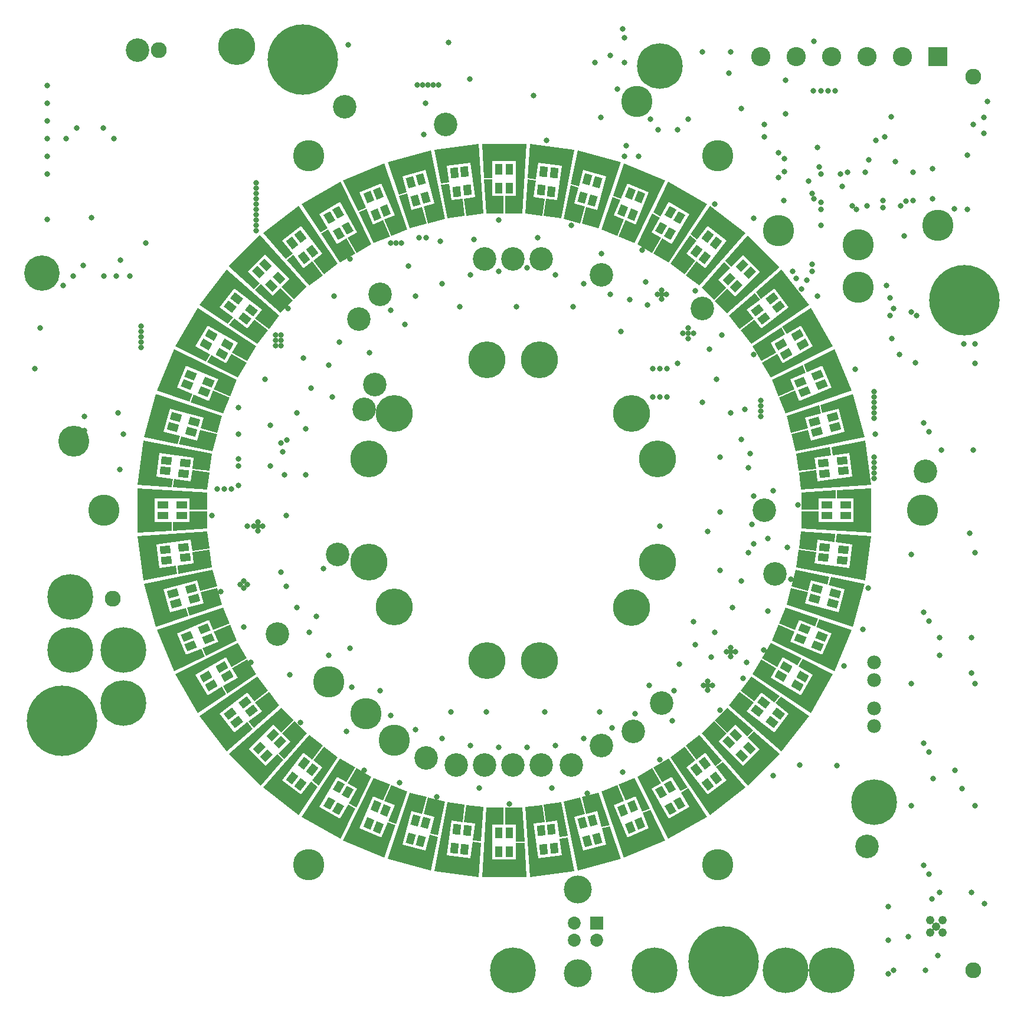
<source format=gbs>
%FSLAX23Y23*%
%MOIN*%
G70*
G01*
G75*
G04 Layer_Color=16711935*
%ADD10C,0.150*%
%ADD11R,0.118X0.118*%
%ADD12R,0.010X0.041*%
%ADD13R,0.041X0.010*%
%ADD14R,0.035X0.049*%
%ADD15R,0.050X0.055*%
%ADD16R,0.055X0.050*%
%ADD17R,0.022X0.057*%
%ADD18R,0.022X0.057*%
%ADD19R,0.012X0.063*%
%ADD20R,0.140X0.060*%
%ADD21R,0.330X0.420*%
%ADD22R,0.079X0.126*%
%ADD23R,0.079X0.126*%
%ADD24R,0.085X0.036*%
%ADD25R,0.410X0.425*%
%ADD26R,0.110X0.115*%
%ADD27R,0.100X0.100*%
%ADD28R,0.059X0.051*%
%ADD29R,0.024X0.087*%
%ADD30R,0.024X0.087*%
%ADD31R,0.081X0.024*%
%ADD32C,0.050*%
%ADD33R,0.039X0.063*%
%ADD34R,0.217X0.280*%
%ADD35R,0.089X0.024*%
%ADD36R,0.160X0.080*%
%ADD37R,0.450X0.450*%
%ADD38R,0.100X0.100*%
%ADD39R,0.102X0.094*%
%ADD40R,0.012X0.063*%
%ADD41R,0.055X0.065*%
%ADD42R,0.065X0.055*%
%ADD43R,0.037X0.035*%
%ADD44R,0.037X0.035*%
%ADD45R,0.217X0.079*%
%ADD46R,0.063X0.012*%
%ADD47R,0.050X0.110*%
%ADD48R,0.087X0.024*%
%ADD49R,0.087X0.024*%
%ADD50C,0.010*%
%ADD51C,0.020*%
%ADD52C,0.075*%
%ADD53C,0.040*%
%ADD54C,0.025*%
%ADD55C,0.030*%
%ADD56C,0.035*%
%ADD57C,0.015*%
%ADD58C,0.100*%
%ADD59C,0.050*%
%ADD60C,0.150*%
%ADD61C,0.065*%
%ADD62R,0.065X0.065*%
%ADD63C,0.390*%
%ADD64C,0.169*%
%ADD65C,0.100*%
%ADD66C,0.070*%
%ADD67C,0.125*%
%ADD68C,0.250*%
%ADD69C,0.200*%
%ADD70C,0.150*%
%ADD71C,0.024*%
%ADD72C,0.040*%
%ADD73C,0.025*%
%ADD74C,0.008*%
%ADD75C,0.131*%
%ADD76C,0.080*%
%ADD77C,0.430*%
%ADD78C,0.209*%
%ADD79C,0.102*%
%ADD80C,0.085*%
%ADD81C,0.165*%
%ADD82C,0.290*%
%ADD83C,0.052*%
%ADD84C,0.055*%
%ADD85C,0.064*%
G04:AMPARAMS|DCode=86|XSize=43mil|YSize=59mil|CornerRadius=0mil|HoleSize=0mil|Usage=FLASHONLY|Rotation=277.500|XOffset=0mil|YOffset=0mil|HoleType=Round|Shape=Rectangle|*
%AMROTATEDRECTD86*
4,1,4,-0.032,0.018,0.026,0.025,0.032,-0.018,-0.026,-0.025,-0.032,0.018,0.0*
%
%ADD86ROTATEDRECTD86*%

G04:AMPARAMS|DCode=87|XSize=43mil|YSize=59mil|CornerRadius=0mil|HoleSize=0mil|Usage=FLASHONLY|Rotation=292.500|XOffset=0mil|YOffset=0mil|HoleType=Round|Shape=Rectangle|*
%AMROTATEDRECTD87*
4,1,4,-0.036,0.009,0.019,0.031,0.036,-0.009,-0.019,-0.031,-0.036,0.009,0.0*
%
%ADD87ROTATEDRECTD87*%

G04:AMPARAMS|DCode=88|XSize=43mil|YSize=59mil|CornerRadius=0mil|HoleSize=0mil|Usage=FLASHONLY|Rotation=307.500|XOffset=0mil|YOffset=0mil|HoleType=Round|Shape=Rectangle|*
%AMROTATEDRECTD88*
4,1,4,-0.037,-0.001,0.010,0.035,0.037,0.001,-0.010,-0.035,-0.037,-0.001,0.0*
%
%ADD88ROTATEDRECTD88*%

G04:AMPARAMS|DCode=89|XSize=43mil|YSize=59mil|CornerRadius=0mil|HoleSize=0mil|Usage=FLASHONLY|Rotation=322.500|XOffset=0mil|YOffset=0mil|HoleType=Round|Shape=Rectangle|*
%AMROTATEDRECTD89*
4,1,4,-0.035,-0.010,0.001,0.037,0.035,0.010,-0.001,-0.037,-0.035,-0.010,0.0*
%
%ADD89ROTATEDRECTD89*%

G04:AMPARAMS|DCode=90|XSize=43mil|YSize=59mil|CornerRadius=0mil|HoleSize=0mil|Usage=FLASHONLY|Rotation=337.500|XOffset=0mil|YOffset=0mil|HoleType=Round|Shape=Rectangle|*
%AMROTATEDRECTD90*
4,1,4,-0.031,-0.019,-0.009,0.036,0.031,0.019,0.009,-0.036,-0.031,-0.019,0.0*
%
%ADD90ROTATEDRECTD90*%

G04:AMPARAMS|DCode=91|XSize=43mil|YSize=59mil|CornerRadius=0mil|HoleSize=0mil|Usage=FLASHONLY|Rotation=352.500|XOffset=0mil|YOffset=0mil|HoleType=Round|Shape=Rectangle|*
%AMROTATEDRECTD91*
4,1,4,-0.025,-0.026,-0.018,0.032,0.025,0.026,0.018,-0.032,-0.025,-0.026,0.0*
%
%ADD91ROTATEDRECTD91*%

G04:AMPARAMS|DCode=92|XSize=43mil|YSize=59mil|CornerRadius=0mil|HoleSize=0mil|Usage=FLASHONLY|Rotation=7.500|XOffset=0mil|YOffset=0mil|HoleType=Round|Shape=Rectangle|*
%AMROTATEDRECTD92*
4,1,4,-0.018,-0.032,-0.025,0.026,0.018,0.032,0.025,-0.026,-0.018,-0.032,0.0*
%
%ADD92ROTATEDRECTD92*%

G04:AMPARAMS|DCode=93|XSize=43mil|YSize=59mil|CornerRadius=0mil|HoleSize=0mil|Usage=FLASHONLY|Rotation=22.500|XOffset=0mil|YOffset=0mil|HoleType=Round|Shape=Rectangle|*
%AMROTATEDRECTD93*
4,1,4,-0.009,-0.036,-0.031,0.019,0.009,0.036,0.031,-0.019,-0.009,-0.036,0.0*
%
%ADD93ROTATEDRECTD93*%

G04:AMPARAMS|DCode=94|XSize=43mil|YSize=59mil|CornerRadius=0mil|HoleSize=0mil|Usage=FLASHONLY|Rotation=37.500|XOffset=0mil|YOffset=0mil|HoleType=Round|Shape=Rectangle|*
%AMROTATEDRECTD94*
4,1,4,0.001,-0.037,-0.035,0.010,-0.001,0.037,0.035,-0.010,0.001,-0.037,0.0*
%
%ADD94ROTATEDRECTD94*%

G04:AMPARAMS|DCode=95|XSize=43mil|YSize=59mil|CornerRadius=0mil|HoleSize=0mil|Usage=FLASHONLY|Rotation=52.500|XOffset=0mil|YOffset=0mil|HoleType=Round|Shape=Rectangle|*
%AMROTATEDRECTD95*
4,1,4,0.010,-0.035,-0.037,0.001,-0.010,0.035,0.037,-0.001,0.010,-0.035,0.0*
%
%ADD95ROTATEDRECTD95*%

G04:AMPARAMS|DCode=96|XSize=43mil|YSize=59mil|CornerRadius=0mil|HoleSize=0mil|Usage=FLASHONLY|Rotation=67.500|XOffset=0mil|YOffset=0mil|HoleType=Round|Shape=Rectangle|*
%AMROTATEDRECTD96*
4,1,4,0.019,-0.031,-0.036,-0.009,-0.019,0.031,0.036,0.009,0.019,-0.031,0.0*
%
%ADD96ROTATEDRECTD96*%

G04:AMPARAMS|DCode=97|XSize=43mil|YSize=59mil|CornerRadius=0mil|HoleSize=0mil|Usage=FLASHONLY|Rotation=82.500|XOffset=0mil|YOffset=0mil|HoleType=Round|Shape=Rectangle|*
%AMROTATEDRECTD97*
4,1,4,0.026,-0.025,-0.032,-0.018,-0.026,0.025,0.032,0.018,0.026,-0.025,0.0*
%
%ADD97ROTATEDRECTD97*%

G04:AMPARAMS|DCode=98|XSize=43mil|YSize=59mil|CornerRadius=0mil|HoleSize=0mil|Usage=FLASHONLY|Rotation=285.000|XOffset=0mil|YOffset=0mil|HoleType=Round|Shape=Rectangle|*
%AMROTATEDRECTD98*
4,1,4,-0.034,0.013,0.023,0.029,0.034,-0.013,-0.023,-0.029,-0.034,0.013,0.0*
%
%ADD98ROTATEDRECTD98*%

%ADD99R,0.059X0.043*%
G04:AMPARAMS|DCode=100|XSize=43mil|YSize=59mil|CornerRadius=0mil|HoleSize=0mil|Usage=FLASHONLY|Rotation=315.000|XOffset=0mil|YOffset=0mil|HoleType=Round|Shape=Rectangle|*
%AMROTATEDRECTD100*
4,1,4,-0.036,-0.006,0.006,0.036,0.036,0.006,-0.006,-0.036,-0.036,-0.006,0.0*
%
%ADD100ROTATEDRECTD100*%

G04:AMPARAMS|DCode=101|XSize=43mil|YSize=59mil|CornerRadius=0mil|HoleSize=0mil|Usage=FLASHONLY|Rotation=300.000|XOffset=0mil|YOffset=0mil|HoleType=Round|Shape=Rectangle|*
%AMROTATEDRECTD101*
4,1,4,-0.036,0.004,0.015,0.034,0.036,-0.004,-0.015,-0.034,-0.036,0.004,0.0*
%
%ADD101ROTATEDRECTD101*%

G04:AMPARAMS|DCode=102|XSize=43mil|YSize=59mil|CornerRadius=0mil|HoleSize=0mil|Usage=FLASHONLY|Rotation=345.000|XOffset=0mil|YOffset=0mil|HoleType=Round|Shape=Rectangle|*
%AMROTATEDRECTD102*
4,1,4,-0.029,-0.023,-0.013,0.034,0.029,0.023,0.013,-0.034,-0.029,-0.023,0.0*
%
%ADD102ROTATEDRECTD102*%

G04:AMPARAMS|DCode=103|XSize=43mil|YSize=59mil|CornerRadius=0mil|HoleSize=0mil|Usage=FLASHONLY|Rotation=330.000|XOffset=0mil|YOffset=0mil|HoleType=Round|Shape=Rectangle|*
%AMROTATEDRECTD103*
4,1,4,-0.034,-0.015,-0.004,0.036,0.034,0.015,0.004,-0.036,-0.034,-0.015,0.0*
%
%ADD103ROTATEDRECTD103*%

G04:AMPARAMS|DCode=104|XSize=43mil|YSize=59mil|CornerRadius=0mil|HoleSize=0mil|Usage=FLASHONLY|Rotation=15.000|XOffset=0mil|YOffset=0mil|HoleType=Round|Shape=Rectangle|*
%AMROTATEDRECTD104*
4,1,4,-0.013,-0.034,-0.029,0.023,0.013,0.034,0.029,-0.023,-0.013,-0.034,0.0*
%
%ADD104ROTATEDRECTD104*%

%ADD105R,0.043X0.059*%
G04:AMPARAMS|DCode=106|XSize=43mil|YSize=59mil|CornerRadius=0mil|HoleSize=0mil|Usage=FLASHONLY|Rotation=45.000|XOffset=0mil|YOffset=0mil|HoleType=Round|Shape=Rectangle|*
%AMROTATEDRECTD106*
4,1,4,0.006,-0.036,-0.036,0.006,-0.006,0.036,0.036,-0.006,0.006,-0.036,0.0*
%
%ADD106ROTATEDRECTD106*%

G04:AMPARAMS|DCode=107|XSize=43mil|YSize=59mil|CornerRadius=0mil|HoleSize=0mil|Usage=FLASHONLY|Rotation=30.000|XOffset=0mil|YOffset=0mil|HoleType=Round|Shape=Rectangle|*
%AMROTATEDRECTD107*
4,1,4,-0.004,-0.036,-0.034,0.015,0.004,0.036,0.034,-0.015,-0.004,-0.036,0.0*
%
%ADD107ROTATEDRECTD107*%

G04:AMPARAMS|DCode=108|XSize=43mil|YSize=59mil|CornerRadius=0mil|HoleSize=0mil|Usage=FLASHONLY|Rotation=75.000|XOffset=0mil|YOffset=0mil|HoleType=Round|Shape=Rectangle|*
%AMROTATEDRECTD108*
4,1,4,0.023,-0.029,-0.034,-0.013,-0.023,0.029,0.034,0.013,0.023,-0.029,0.0*
%
%ADD108ROTATEDRECTD108*%

G04:AMPARAMS|DCode=109|XSize=43mil|YSize=59mil|CornerRadius=0mil|HoleSize=0mil|Usage=FLASHONLY|Rotation=60.000|XOffset=0mil|YOffset=0mil|HoleType=Round|Shape=Rectangle|*
%AMROTATEDRECTD109*
4,1,4,0.015,-0.034,-0.036,-0.004,-0.015,0.034,0.036,0.004,0.015,-0.034,0.0*
%
%ADD109ROTATEDRECTD109*%

%ADD110C,0.010*%
%ADD111C,0.004*%
%ADD112C,0.008*%
%ADD113C,0.005*%
%ADD114C,0.008*%
%ADD115C,0.006*%
%ADD116C,0.006*%
%ADD117R,0.126X0.126*%
%ADD118R,0.018X0.049*%
%ADD119R,0.049X0.018*%
%ADD120R,0.043X0.057*%
%ADD121R,0.058X0.063*%
%ADD122R,0.063X0.058*%
%ADD123R,0.030X0.065*%
%ADD124R,0.030X0.065*%
%ADD125R,0.020X0.071*%
%ADD126R,0.148X0.068*%
%ADD127R,0.338X0.428*%
%ADD128R,0.087X0.134*%
%ADD129R,0.087X0.134*%
%ADD130R,0.093X0.044*%
%ADD131R,0.418X0.433*%
%ADD132R,0.118X0.123*%
%ADD133R,0.108X0.108*%
%ADD134R,0.067X0.059*%
%ADD135R,0.032X0.095*%
%ADD136R,0.032X0.095*%
%ADD137R,0.089X0.032*%
%ADD138C,0.090*%
%ADD139R,0.047X0.071*%
%ADD140R,0.225X0.288*%
%ADD141R,0.097X0.032*%
%ADD142R,0.168X0.088*%
%ADD143R,0.458X0.458*%
%ADD144R,0.108X0.108*%
%ADD145R,0.110X0.102*%
%ADD146R,0.020X0.071*%
%ADD147R,0.063X0.073*%
%ADD148R,0.073X0.063*%
%ADD149R,0.045X0.043*%
%ADD150R,0.045X0.043*%
%ADD151R,0.225X0.087*%
%ADD152R,0.071X0.020*%
%ADD153R,0.058X0.118*%
%ADD154R,0.095X0.032*%
%ADD155R,0.095X0.032*%
%ADD156C,0.158*%
%ADD157C,0.073*%
%ADD158R,0.073X0.073*%
%ADD159C,0.398*%
%ADD160C,0.177*%
%ADD161C,0.108*%
%ADD162C,0.078*%
%ADD163C,0.133*%
%ADD164C,0.258*%
%ADD165C,0.208*%
%ADD166C,0.175*%
%ADD167C,0.032*%
%ADD168C,0.048*%
%ADD169C,0.033*%
G36*
X-1505Y-835D02*
X-1591Y-884D01*
X-1622Y-830D01*
X-1793Y-928D01*
X-1726Y-1044D01*
X-1644Y-997D01*
X-1620Y-1038D01*
X-1781Y-1145D01*
X-1907Y-926D01*
X-1555Y-750D01*
X-1505Y-835D01*
D02*
G37*
G36*
X-1452Y-927D02*
X-1614Y-1034D01*
X-1637Y-993D01*
X-1555Y-946D01*
X-1587Y-891D01*
X-1502Y-842D01*
X-1452Y-927D01*
D02*
G37*
G36*
X1807Y-926D02*
X1681Y-1145D01*
X1352Y-927D01*
X1402Y-842D01*
X1487Y-891D01*
X1455Y-946D01*
X1626Y-1044D01*
X1693Y-928D01*
X1611Y-881D01*
X1634Y-840D01*
X1807Y-926D01*
D02*
G37*
G36*
X1912Y-677D02*
X1816Y-910D01*
X1461Y-737D01*
X1499Y-646D01*
X1590Y-684D01*
X1565Y-742D01*
X1747Y-817D01*
X1799Y-694D01*
X1711Y-658D01*
X1729Y-614D01*
X1912Y-677D01*
D02*
G37*
G36*
X-1561Y-737D02*
X-1735Y-822D01*
X-1753Y-778D01*
X-1665Y-742D01*
X-1690Y-684D01*
X-1599Y-646D01*
X-1561Y-737D01*
D02*
G37*
G36*
X1628Y-836D02*
X1604Y-877D01*
X1522Y-830D01*
X1491Y-884D01*
X1405Y-835D01*
X1455Y-750D01*
X1628Y-836D01*
D02*
G37*
G36*
X-1240Y-1184D02*
X-1309Y-1254D01*
X-1354Y-1209D01*
X-1493Y-1348D01*
X-1398Y-1443D01*
X-1331Y-1376D01*
X-1298Y-1410D01*
X-1426Y-1554D01*
X-1604Y-1376D01*
X-1309Y-1114D01*
X-1240Y-1184D01*
D02*
G37*
G36*
X1354Y-1242D02*
X1321Y-1276D01*
X1254Y-1209D01*
X1209Y-1254D01*
X1140Y-1184D01*
X1209Y-1114D01*
X1354Y-1242D01*
D02*
G37*
G36*
X1358Y-1084D02*
X1319Y-1134D01*
X1475Y-1254D01*
X1557Y-1148D01*
X1482Y-1090D01*
X1511Y-1053D01*
X1671Y-1161D01*
X1517Y-1361D01*
X1220Y-1102D01*
X1279Y-1024D01*
X1358Y-1084D01*
D02*
G37*
G36*
X-1384Y-1018D02*
X-1462Y-1078D01*
X-1501Y-1028D01*
X-1657Y-1148D01*
X-1575Y-1254D01*
X-1500Y-1196D01*
X-1472Y-1234D01*
X-1617Y-1361D01*
X-1771Y-1161D01*
X-1444Y-940D01*
X-1384Y-1018D01*
D02*
G37*
G36*
X1504Y-1048D02*
X1476Y-1086D01*
X1401Y-1028D01*
X1362Y-1078D01*
X1284Y-1018D01*
X1344Y-940D01*
X1504Y-1048D01*
D02*
G37*
G36*
X-1320Y-1102D02*
X-1465Y-1229D01*
X-1494Y-1192D01*
X-1419Y-1134D01*
X-1458Y-1084D01*
X-1379Y-1024D01*
X-1320Y-1102D01*
D02*
G37*
G36*
X-1714Y-215D02*
X-1812Y-228D01*
X-1820Y-166D01*
X-2015Y-191D01*
X-1998Y-324D01*
X-1904Y-312D01*
X-1898Y-359D01*
X-2088Y-396D01*
X-2121Y-146D01*
X-1727Y-118D01*
X-1714Y-215D01*
D02*
G37*
G36*
X2021Y-146D02*
X1988Y-396D01*
X1600Y-321D01*
X1613Y-223D01*
X1711Y-236D01*
X1703Y-299D01*
X1898Y-324D01*
X1915Y-191D01*
X1822Y-179D01*
X1828Y-132D01*
X2021Y-146D01*
D02*
G37*
G36*
X-1700Y-321D02*
X-1890Y-358D01*
X-1896Y-311D01*
X-1803Y-299D01*
X-1811Y-236D01*
X-1713Y-223D01*
X-1700Y-321D01*
D02*
G37*
G36*
X2022Y-126D02*
X1628Y-102D01*
Y-4D01*
X1727D01*
Y-67D01*
X1923D01*
Y67D01*
X1829D01*
Y114D01*
X2022Y126D01*
Y-126D01*
D02*
G37*
G36*
X-1728Y-102D02*
X-1921Y-114D01*
Y-67D01*
X-1827D01*
Y-4D01*
X-1728D01*
Y-102D01*
D02*
G37*
G36*
X1820Y-131D02*
X1814Y-178D01*
X1720Y-166D01*
X1712Y-228D01*
X1614Y-215D01*
X1627Y-118D01*
X1820Y-131D01*
D02*
G37*
G36*
X-1644Y-533D02*
X-1828Y-594D01*
X-1840Y-549D01*
X-1749Y-524D01*
X-1765Y-463D01*
X-1670Y-438D01*
X-1644Y-533D01*
D02*
G37*
G36*
X1722Y-611D02*
X1704Y-655D01*
X1617Y-618D01*
X1593Y-677D01*
X1502Y-639D01*
X1539Y-548D01*
X1722Y-611D01*
D02*
G37*
G36*
X-1602Y-639D02*
X-1693Y-677D01*
X-1717Y-618D01*
X-1899Y-694D01*
X-1847Y-817D01*
X-1760Y-781D01*
X-1742Y-825D01*
X-1916Y-910D01*
X-2012Y-677D01*
X-1639Y-548D01*
X-1602Y-639D01*
D02*
G37*
G36*
X1787Y-374D02*
X1775Y-419D01*
X1683Y-395D01*
X1667Y-456D01*
X1572Y-430D01*
X1597Y-335D01*
X1787Y-374D01*
D02*
G37*
G36*
X-1672Y-430D02*
X-1767Y-456D01*
X-1783Y-395D01*
X-1973Y-446D01*
X-1939Y-575D01*
X-1847Y-551D01*
X-1835Y-596D01*
X-2019Y-658D01*
X-2084Y-414D01*
X-1697Y-335D01*
X-1672Y-430D01*
D02*
G37*
G36*
X1984Y-414D02*
X1919Y-658D01*
X1544Y-533D01*
X1570Y-438D01*
X1665Y-463D01*
X1649Y-524D01*
X1839Y-575D01*
X1873Y-446D01*
X1782Y-421D01*
X1794Y-376D01*
X1984Y-414D01*
D02*
G37*
G36*
X-385Y-1647D02*
X-424Y-1837D01*
X-469Y-1825D01*
X-445Y-1733D01*
X-506Y-1717D01*
X-480Y-1622D01*
X-385Y-1647D01*
D02*
G37*
G36*
X308Y-1840D02*
X261Y-1846D01*
X249Y-1753D01*
X186Y-1761D01*
X173Y-1663D01*
X271Y-1650D01*
X308Y-1840D01*
D02*
G37*
G36*
X835Y-1541D02*
X781Y-1572D01*
X879Y-1743D01*
X995Y-1676D01*
X948Y-1594D01*
X989Y-1570D01*
X1096Y-1731D01*
X877Y-1857D01*
X701Y-1505D01*
X786Y-1455D01*
X835Y-1541D01*
D02*
G37*
G36*
X-273Y-1663D02*
X-286Y-1761D01*
X-349Y-1753D01*
X-374Y-1948D01*
X-241Y-1965D01*
X-229Y-1872D01*
X-182Y-1878D01*
X-196Y-2071D01*
X-446Y-2038D01*
X-371Y-1650D01*
X-273Y-1663D01*
D02*
G37*
G36*
X-598Y-1589D02*
X-661Y-1772D01*
X-705Y-1754D01*
X-669Y-1667D01*
X-727Y-1643D01*
X-689Y-1552D01*
X-598Y-1589D01*
D02*
G37*
G36*
X544Y-1778D02*
X499Y-1790D01*
X474Y-1699D01*
X413Y-1715D01*
X388Y-1620D01*
X483Y-1594D01*
X544Y-1778D01*
D02*
G37*
G36*
X406Y-1717D02*
X345Y-1733D01*
X396Y-1923D01*
X525Y-1889D01*
X501Y-1797D01*
X546Y-1785D01*
X608Y-1969D01*
X364Y-2034D01*
X285Y-1647D01*
X380Y-1622D01*
X406Y-1717D01*
D02*
G37*
G36*
X178Y-1762D02*
X116Y-1770D01*
X141Y-1965D01*
X274Y-1948D01*
X262Y-1854D01*
X309Y-1848D01*
X346Y-2038D01*
X96Y-2071D01*
X68Y-1677D01*
X165Y-1664D01*
X178Y-1762D01*
D02*
G37*
G36*
X-54Y-1777D02*
X-117D01*
Y-1973D01*
X17D01*
Y-1879D01*
X64D01*
X76Y-2072D01*
X-176D01*
X-152Y-1678D01*
X-54D01*
Y-1777D01*
D02*
G37*
G36*
X-168Y-1677D02*
X-181Y-1870D01*
X-228Y-1864D01*
X-216Y-1770D01*
X-278Y-1762D01*
X-265Y-1664D01*
X-168Y-1677D01*
D02*
G37*
G36*
X64Y-1871D02*
X17D01*
Y-1777D01*
X-46D01*
Y-1678D01*
X52D01*
X64Y-1871D01*
D02*
G37*
G36*
X627Y-1643D02*
X568Y-1667D01*
X644Y-1849D01*
X767Y-1797D01*
X731Y-1710D01*
X775Y-1692D01*
X860Y-1866D01*
X627Y-1962D01*
X498Y-1589D01*
X589Y-1552D01*
X627Y-1643D01*
D02*
G37*
G36*
X-892Y-1452D02*
X-941Y-1537D01*
X-996Y-1505D01*
X-1094Y-1676D01*
X-978Y-1743D01*
X-931Y-1661D01*
X-890Y-1684D01*
X-976Y-1857D01*
X-1195Y-1731D01*
X-977Y-1402D01*
X-892Y-1452D01*
D02*
G37*
G36*
X1204Y-1259D02*
X1159Y-1304D01*
X1298Y-1443D01*
X1393Y-1348D01*
X1326Y-1281D01*
X1360Y-1248D01*
X1504Y-1376D01*
X1326Y-1554D01*
X1064Y-1259D01*
X1134Y-1190D01*
X1204Y-1259D01*
D02*
G37*
G36*
X-990Y-1394D02*
X-1098Y-1554D01*
X-1136Y-1526D01*
X-1078Y-1451D01*
X-1128Y-1412D01*
X-1068Y-1334D01*
X-990Y-1394D01*
D02*
G37*
G36*
X-1164Y-1259D02*
X-1292Y-1404D01*
X-1326Y-1371D01*
X-1259Y-1304D01*
X-1304Y-1259D01*
X-1234Y-1190D01*
X-1164Y-1259D01*
D02*
G37*
G36*
X-1074Y-1329D02*
X-1134Y-1408D01*
X-1184Y-1369D01*
X-1304Y-1525D01*
X-1198Y-1607D01*
X-1140Y-1532D01*
X-1103Y-1561D01*
X-1211Y-1721D01*
X-1411Y-1567D01*
X-1152Y-1270D01*
X-1074Y-1329D01*
D02*
G37*
G36*
X1179Y-1415D02*
X1142Y-1444D01*
X1084Y-1369D01*
X1034Y-1408D01*
X974Y-1329D01*
X1052Y-1270D01*
X1179Y-1415D01*
D02*
G37*
G36*
X772Y-1685D02*
X728Y-1703D01*
X692Y-1615D01*
X634Y-1640D01*
X596Y-1549D01*
X687Y-1511D01*
X772Y-1685D01*
D02*
G37*
G36*
X-488Y-1620D02*
X-513Y-1715D01*
X-574Y-1699D01*
X-625Y-1889D01*
X-496Y-1923D01*
X-471Y-1832D01*
X-426Y-1844D01*
X-464Y-2034D01*
X-708Y-1969D01*
X-583Y-1594D01*
X-488Y-1620D01*
D02*
G37*
G36*
X1028Y-1412D02*
X978Y-1451D01*
X1098Y-1607D01*
X1204Y-1525D01*
X1146Y-1450D01*
X1184Y-1422D01*
X1311Y-1567D01*
X1111Y-1721D01*
X890Y-1394D01*
X968Y-1334D01*
X1028Y-1412D01*
D02*
G37*
G36*
X985Y-1564D02*
X944Y-1587D01*
X897Y-1505D01*
X842Y-1537D01*
X793Y-1452D01*
X878Y-1402D01*
X985Y-1564D01*
D02*
G37*
G36*
X-696Y-1549D02*
X-734Y-1640D01*
X-792Y-1615D01*
X-868Y-1797D01*
X-744Y-1849D01*
X-708Y-1761D01*
X-664Y-1779D01*
X-727Y-1962D01*
X-960Y-1866D01*
X-787Y-1511D01*
X-696Y-1549D01*
D02*
G37*
G36*
X-800Y-1505D02*
X-886Y-1678D01*
X-927Y-1654D01*
X-880Y-1572D01*
X-934Y-1541D01*
X-885Y-1455D01*
X-800Y-1505D01*
D02*
G37*
G36*
X828Y1654D02*
X781Y1572D01*
X835Y1541D01*
X786Y1455D01*
X701Y1505D01*
X787Y1678D01*
X828Y1654D01*
D02*
G37*
G36*
X-800Y1505D02*
X-885Y1455D01*
X-934Y1541D01*
X-880Y1572D01*
X-978Y1743D01*
X-1094Y1676D01*
X-1047Y1594D01*
X-1088Y1570D01*
X-1195Y1731D01*
X-976Y1857D01*
X-800Y1505D01*
D02*
G37*
G36*
X-996Y1505D02*
X-941Y1537D01*
X-892Y1452D01*
X-977Y1402D01*
X-1084Y1564D01*
X-1043Y1587D01*
X-996Y1505D01*
D02*
G37*
G36*
X-598Y1589D02*
X-689Y1552D01*
X-727Y1643D01*
X-669Y1667D01*
X-744Y1849D01*
X-868Y1797D01*
X-831Y1710D01*
X-875Y1692D01*
X-960Y1866D01*
X-727Y1962D01*
X-598Y1589D01*
D02*
G37*
G36*
X-792Y1615D02*
X-734Y1640D01*
X-696Y1549D01*
X-787Y1511D01*
X-872Y1685D01*
X-828Y1703D01*
X-792Y1615D01*
D02*
G37*
G36*
X1096Y1731D02*
X878Y1402D01*
X793Y1452D01*
X842Y1537D01*
X897Y1505D01*
X995Y1676D01*
X879Y1743D01*
X832Y1661D01*
X791Y1684D01*
X877Y1857D01*
X1096Y1731D01*
D02*
G37*
G36*
X-1184Y1369D02*
X-1134Y1408D01*
X-1074Y1329D01*
X-1152Y1270D01*
X-1279Y1415D01*
X-1242Y1444D01*
X-1184Y1369D01*
D02*
G37*
G36*
X1504Y1376D02*
X1209Y1114D01*
X1140Y1184D01*
X1209Y1254D01*
X1254Y1209D01*
X1393Y1348D01*
X1298Y1443D01*
X1231Y1376D01*
X1198Y1410D01*
X1326Y1554D01*
X1504Y1376D01*
D02*
G37*
G36*
X-1168Y1263D02*
X-1238Y1194D01*
X-1308Y1263D01*
X-1263Y1308D01*
X-1402Y1447D01*
X-1497Y1352D01*
X-1430Y1285D01*
X-1464Y1252D01*
X-1608Y1380D01*
X-1430Y1558D01*
X-1168Y1263D01*
D02*
G37*
G36*
X1311Y1567D02*
X1052Y1270D01*
X974Y1329D01*
X1034Y1408D01*
X1084Y1369D01*
X1204Y1525D01*
X1098Y1607D01*
X1040Y1532D01*
X1003Y1561D01*
X1111Y1721D01*
X1311Y1567D01*
D02*
G37*
G36*
X1036Y1526D02*
X978Y1451D01*
X1028Y1412D01*
X968Y1334D01*
X890Y1394D01*
X998Y1554D01*
X1036Y1526D01*
D02*
G37*
G36*
X-990Y1394D02*
X-1068Y1334D01*
X-1128Y1412D01*
X-1078Y1451D01*
X-1198Y1607D01*
X-1304Y1525D01*
X-1246Y1450D01*
X-1284Y1422D01*
X-1411Y1567D01*
X-1211Y1721D01*
X-990Y1394D01*
D02*
G37*
G36*
X-117Y1777D02*
X-54D01*
Y1678D01*
X-152D01*
X-164Y1871D01*
X-117D01*
Y1777D01*
D02*
G37*
G36*
X128Y1864D02*
X116Y1770D01*
X178Y1762D01*
X165Y1664D01*
X68Y1677D01*
X81Y1870D01*
X128Y1864D01*
D02*
G37*
G36*
X-168Y1677D02*
X-265Y1664D01*
X-278Y1762D01*
X-216Y1770D01*
X-241Y1965D01*
X-374Y1948D01*
X-362Y1854D01*
X-409Y1848D01*
X-446Y2038D01*
X-196Y2071D01*
X-168Y1677D01*
D02*
G37*
G36*
X346Y2038D02*
X271Y1650D01*
X173Y1663D01*
X186Y1761D01*
X249Y1753D01*
X274Y1948D01*
X141Y1965D01*
X129Y1872D01*
X82Y1878D01*
X96Y2071D01*
X346Y2038D01*
D02*
G37*
G36*
X608Y1969D02*
X483Y1594D01*
X388Y1620D01*
X413Y1715D01*
X474Y1699D01*
X525Y1889D01*
X396Y1923D01*
X371Y1832D01*
X326Y1844D01*
X364Y2034D01*
X608Y1969D01*
D02*
G37*
G36*
X52Y1678D02*
X-46D01*
Y1777D01*
X17D01*
Y1973D01*
X-117D01*
Y1879D01*
X-164D01*
X-176Y2072D01*
X76D01*
X52Y1678D01*
D02*
G37*
G36*
X860Y1866D02*
X687Y1511D01*
X596Y1549D01*
X634Y1640D01*
X692Y1615D01*
X767Y1797D01*
X644Y1849D01*
X608Y1761D01*
X564Y1779D01*
X627Y1962D01*
X860Y1866D01*
D02*
G37*
G36*
X-574Y1699D02*
X-513Y1715D01*
X-488Y1620D01*
X-583Y1594D01*
X-644Y1778D01*
X-599Y1790D01*
X-574Y1699D01*
D02*
G37*
G36*
X605Y1754D02*
X568Y1667D01*
X627Y1643D01*
X589Y1552D01*
X498Y1589D01*
X561Y1772D01*
X605Y1754D01*
D02*
G37*
G36*
X-349Y1753D02*
X-286Y1761D01*
X-273Y1663D01*
X-371Y1650D01*
X-408Y1840D01*
X-361Y1846D01*
X-349Y1753D01*
D02*
G37*
G36*
X369Y1825D02*
X345Y1733D01*
X406Y1717D01*
X380Y1622D01*
X285Y1647D01*
X324Y1837D01*
X369Y1825D01*
D02*
G37*
G36*
X-385Y1647D02*
X-480Y1622D01*
X-506Y1717D01*
X-445Y1733D01*
X-496Y1923D01*
X-625Y1889D01*
X-601Y1797D01*
X-646Y1785D01*
X-708Y1969D01*
X-464Y2034D01*
X-385Y1647D01*
D02*
G37*
G36*
X-1644Y533D02*
X-1670Y438D01*
X-1765Y463D01*
X-1749Y524D01*
X-1939Y575D01*
X-1973Y446D01*
X-1882Y421D01*
X-1894Y376D01*
X-2084Y414D01*
X-2019Y658D01*
X-1644Y533D01*
D02*
G37*
G36*
X1984Y414D02*
X1597Y335D01*
X1572Y430D01*
X1667Y456D01*
X1683Y395D01*
X1873Y446D01*
X1839Y575D01*
X1747Y551D01*
X1735Y596D01*
X1919Y658D01*
X1984Y414D01*
D02*
G37*
G36*
X-1672Y430D02*
X-1697Y335D01*
X-1887Y374D01*
X-1875Y419D01*
X-1783Y395D01*
X-1767Y456D01*
X-1672Y430D01*
D02*
G37*
G36*
X1912Y677D02*
X1539Y548D01*
X1502Y639D01*
X1593Y677D01*
X1617Y618D01*
X1799Y694D01*
X1747Y817D01*
X1660Y781D01*
X1642Y825D01*
X1816Y910D01*
X1912Y677D01*
D02*
G37*
G36*
X-1602Y639D02*
X-1639Y548D01*
X-1822Y611D01*
X-1804Y655D01*
X-1717Y618D01*
X-1693Y677D01*
X-1602Y639D01*
D02*
G37*
G36*
X1740Y549D02*
X1649Y524D01*
X1665Y463D01*
X1570Y438D01*
X1544Y533D01*
X1728Y594D01*
X1740Y549D01*
D02*
G37*
G36*
X-1714Y215D02*
X-1727Y118D01*
X-1920Y131D01*
X-1914Y178D01*
X-1820Y166D01*
X-1812Y228D01*
X-1714Y215D01*
D02*
G37*
G36*
X1821Y67D02*
X1727D01*
Y4D01*
X1628D01*
Y102D01*
X1821Y114D01*
Y67D01*
D02*
G37*
G36*
X-1728Y102D02*
Y4D01*
X-1827D01*
Y67D01*
X-2023D01*
Y-67D01*
X-1929D01*
Y-114D01*
X-2122Y-126D01*
Y126D01*
X-1728Y102D01*
D02*
G37*
G36*
X1796Y311D02*
X1703Y299D01*
X1711Y236D01*
X1613Y223D01*
X1600Y321D01*
X1790Y358D01*
X1796Y311D01*
D02*
G37*
G36*
X-1700Y321D02*
X-1713Y223D01*
X-1811Y236D01*
X-1803Y299D01*
X-1998Y324D01*
X-2015Y191D01*
X-1922Y179D01*
X-1928Y132D01*
X-2121Y146D01*
X-2088Y396D01*
X-1700Y321D01*
D02*
G37*
G36*
X2021Y146D02*
X1627Y118D01*
X1614Y215D01*
X1712Y228D01*
X1720Y166D01*
X1915Y191D01*
X1898Y324D01*
X1804Y312D01*
X1798Y359D01*
X1988Y396D01*
X2021Y146D01*
D02*
G37*
G36*
X1394Y1192D02*
X1319Y1134D01*
X1358Y1084D01*
X1279Y1024D01*
X1220Y1102D01*
X1365Y1229D01*
X1394Y1192D01*
D02*
G37*
G36*
X-1320Y1102D02*
X-1379Y1024D01*
X-1458Y1084D01*
X-1419Y1134D01*
X-1575Y1254D01*
X-1657Y1148D01*
X-1582Y1090D01*
X-1611Y1053D01*
X-1771Y1161D01*
X-1617Y1361D01*
X-1320Y1102D01*
D02*
G37*
G36*
X-1501Y1028D02*
X-1462Y1078D01*
X-1384Y1018D01*
X-1444Y940D01*
X-1604Y1048D01*
X-1576Y1086D01*
X-1501Y1028D01*
D02*
G37*
G36*
X1226Y1371D02*
X1159Y1304D01*
X1204Y1259D01*
X1134Y1190D01*
X1064Y1259D01*
X1192Y1404D01*
X1226Y1371D01*
D02*
G37*
G36*
X-1358Y1213D02*
X-1313Y1258D01*
X-1244Y1188D01*
X-1313Y1118D01*
X-1458Y1246D01*
X-1425Y1280D01*
X-1358Y1213D01*
D02*
G37*
G36*
X1671Y1161D02*
X1344Y940D01*
X1284Y1018D01*
X1362Y1078D01*
X1401Y1028D01*
X1557Y1148D01*
X1475Y1254D01*
X1400Y1196D01*
X1372Y1234D01*
X1517Y1361D01*
X1671Y1161D01*
D02*
G37*
G36*
X-1505Y836D02*
X-1555Y751D01*
X-1728Y837D01*
X-1704Y878D01*
X-1622Y831D01*
X-1591Y885D01*
X-1505Y836D01*
D02*
G37*
G36*
X1653Y778D02*
X1565Y742D01*
X1590Y684D01*
X1499Y646D01*
X1461Y737D01*
X1635Y822D01*
X1653Y778D01*
D02*
G37*
G36*
X-1561Y737D02*
X-1599Y646D01*
X-1690Y684D01*
X-1665Y742D01*
X-1847Y817D01*
X-1899Y694D01*
X-1811Y658D01*
X-1829Y614D01*
X-2012Y677D01*
X-1916Y910D01*
X-1561Y737D01*
D02*
G37*
G36*
X1537Y994D02*
X1455Y947D01*
X1487Y892D01*
X1402Y843D01*
X1352Y928D01*
X1514Y1035D01*
X1537Y994D01*
D02*
G37*
G36*
X-1452Y928D02*
X-1502Y843D01*
X-1587Y892D01*
X-1555Y947D01*
X-1726Y1045D01*
X-1793Y929D01*
X-1711Y882D01*
X-1734Y841D01*
X-1907Y927D01*
X-1781Y1146D01*
X-1452Y928D01*
D02*
G37*
G36*
X1807Y927D02*
X1455Y751D01*
X1405Y836D01*
X1491Y885D01*
X1522Y831D01*
X1693Y929D01*
X1626Y1045D01*
X1544Y998D01*
X1520Y1039D01*
X1681Y1146D01*
X1807Y927D01*
D02*
G37*
D69*
X-2660Y1340D02*
D03*
D86*
X1752Y267D02*
D03*
X1760Y209D02*
D03*
X1866Y223D02*
D03*
X1858Y281D02*
D03*
X-1958Y-281D02*
D03*
X-1966Y-223D02*
D03*
X-1860Y-209D02*
D03*
X-1852Y-267D02*
D03*
D87*
X1622Y725D02*
D03*
X1644Y670D02*
D03*
X1742Y711D02*
D03*
X1720Y766D02*
D03*
X-1722Y-725D02*
D03*
X-1744Y-670D02*
D03*
X-1842Y-711D02*
D03*
X-1820Y-766D02*
D03*
D88*
X1462Y1197D02*
D03*
X1498Y1150D02*
D03*
X1414Y1085D02*
D03*
X1378Y1132D02*
D03*
X-1562Y-1197D02*
D03*
X-1598Y-1150D02*
D03*
X-1514Y-1085D02*
D03*
X-1478Y-1132D02*
D03*
D89*
X1035Y1464D02*
D03*
X1082Y1428D02*
D03*
X1147Y1512D02*
D03*
X1100Y1548D02*
D03*
X-1135Y-1464D02*
D03*
X-1182Y-1428D02*
D03*
X-1247Y-1512D02*
D03*
X-1200Y-1548D02*
D03*
D90*
X661Y1792D02*
D03*
X716Y1770D02*
D03*
X675Y1672D02*
D03*
X620Y1694D02*
D03*
X-761Y-1792D02*
D03*
X-816Y-1770D02*
D03*
X-775Y-1672D02*
D03*
X-720Y-1694D02*
D03*
D91*
X159Y1810D02*
D03*
X217Y1802D02*
D03*
X231Y1908D02*
D03*
X173Y1916D02*
D03*
X-259Y-1810D02*
D03*
X-317Y-1802D02*
D03*
X-331Y-1908D02*
D03*
X-273Y-1916D02*
D03*
D92*
X-331Y1908D02*
D03*
X-273Y1916D02*
D03*
X-259Y1810D02*
D03*
X-317Y1802D02*
D03*
X231Y-1908D02*
D03*
X173Y-1916D02*
D03*
X159Y-1810D02*
D03*
X217Y-1802D02*
D03*
D93*
X-775Y1672D02*
D03*
X-720Y1694D02*
D03*
X-761Y1792D02*
D03*
X-816Y1770D02*
D03*
X675Y-1672D02*
D03*
X620Y-1694D02*
D03*
X661Y-1792D02*
D03*
X716Y-1770D02*
D03*
D94*
X-1247Y1512D02*
D03*
X-1200Y1548D02*
D03*
X-1135Y1464D02*
D03*
X-1182Y1428D02*
D03*
X1147Y-1512D02*
D03*
X1100Y-1548D02*
D03*
X1035Y-1464D02*
D03*
X1082Y-1428D02*
D03*
D95*
X-1514Y1085D02*
D03*
X-1478Y1132D02*
D03*
X-1562Y1197D02*
D03*
X-1598Y1150D02*
D03*
X1414Y-1085D02*
D03*
X1378Y-1132D02*
D03*
X1462Y-1197D02*
D03*
X1498Y-1150D02*
D03*
D96*
X-1842Y711D02*
D03*
X-1820Y766D02*
D03*
X-1722Y725D02*
D03*
X-1744Y670D02*
D03*
X1742Y-711D02*
D03*
X1720Y-766D02*
D03*
X1622Y-725D02*
D03*
X1644Y-670D02*
D03*
D97*
X-1860Y209D02*
D03*
X-1852Y267D02*
D03*
X-1958Y281D02*
D03*
X-1966Y223D02*
D03*
X1760Y-209D02*
D03*
X1752Y-267D02*
D03*
X1858Y-281D02*
D03*
X1866Y-223D02*
D03*
D98*
X1805Y527D02*
D03*
X1820Y470D02*
D03*
X1717Y443D02*
D03*
X1702Y500D02*
D03*
X-1905Y-527D02*
D03*
X-1920Y-470D02*
D03*
X-1817Y-443D02*
D03*
X-1802Y-500D02*
D03*
D99*
X1772Y30D02*
D03*
Y-30D02*
D03*
X1878D02*
D03*
Y30D02*
D03*
X-1872Y-30D02*
D03*
Y30D02*
D03*
X-1978D02*
D03*
Y-30D02*
D03*
D100*
X1293Y1384D02*
D03*
X1334Y1343D02*
D03*
X1259Y1268D02*
D03*
X1218Y1309D02*
D03*
X-1393Y-1384D02*
D03*
X-1434Y-1343D02*
D03*
X-1359Y-1268D02*
D03*
X-1318Y-1309D02*
D03*
D101*
X1513Y937D02*
D03*
X1543Y886D02*
D03*
X1635Y939D02*
D03*
X1605Y990D02*
D03*
X-1613Y-936D02*
D03*
X-1643Y-885D02*
D03*
X-1735Y-938D02*
D03*
X-1705Y-989D02*
D03*
D102*
X420Y1870D02*
D03*
X477Y1855D02*
D03*
X450Y1752D02*
D03*
X393Y1767D02*
D03*
X-520Y-1870D02*
D03*
X-577Y-1855D02*
D03*
X-550Y-1752D02*
D03*
X-493Y-1767D02*
D03*
D103*
X836Y1593D02*
D03*
X887Y1563D02*
D03*
X940Y1655D02*
D03*
X889Y1685D02*
D03*
X-935Y-1593D02*
D03*
X-986Y-1563D02*
D03*
X-1039Y-1655D02*
D03*
X-988Y-1685D02*
D03*
D104*
X-577Y1855D02*
D03*
X-520Y1870D02*
D03*
X-493Y1767D02*
D03*
X-550Y1752D02*
D03*
X477Y-1855D02*
D03*
X420Y-1870D02*
D03*
X393Y-1767D02*
D03*
X450Y-1752D02*
D03*
D105*
X-80Y1822D02*
D03*
X-20D02*
D03*
Y1928D02*
D03*
X-80D02*
D03*
X-20Y-1822D02*
D03*
X-80D02*
D03*
Y-1928D02*
D03*
X-20D02*
D03*
D106*
X-1438Y1347D02*
D03*
X-1397Y1388D02*
D03*
X-1322Y1313D02*
D03*
X-1363Y1272D02*
D03*
X1334Y-1343D02*
D03*
X1293Y-1384D02*
D03*
X1218Y-1309D02*
D03*
X1259Y-1268D02*
D03*
D107*
X-986Y1563D02*
D03*
X-935Y1593D02*
D03*
X-988Y1685D02*
D03*
X-1039Y1655D02*
D03*
X887Y-1563D02*
D03*
X836Y-1593D02*
D03*
X889Y-1685D02*
D03*
X940Y-1655D02*
D03*
D108*
X-1920Y470D02*
D03*
X-1905Y527D02*
D03*
X-1802Y500D02*
D03*
X-1817Y443D02*
D03*
X1820Y-470D02*
D03*
X1805Y-527D02*
D03*
X1702Y-500D02*
D03*
X1717Y-443D02*
D03*
D109*
X-1643Y886D02*
D03*
X-1613Y937D02*
D03*
X-1705Y990D02*
D03*
X-1735Y939D02*
D03*
X1543Y-885D02*
D03*
X1513Y-936D02*
D03*
X1605Y-989D02*
D03*
X1635Y-938D02*
D03*
D138*
X2600Y-2600D02*
D03*
Y2450D02*
D03*
X-2260Y-500D02*
D03*
X-2000Y2600D02*
D03*
D144*
X2400Y2565D02*
D03*
D156*
X367Y-2617D02*
D03*
Y-2143D02*
D03*
D157*
X473Y-2429D02*
D03*
X347D02*
D03*
Y-2331D02*
D03*
D158*
X473D02*
D03*
D159*
X-1189Y2549D02*
D03*
X2549Y1189D02*
D03*
X1189Y-2549D02*
D03*
X-2549Y-1189D02*
D03*
D160*
X-1156Y2003D02*
D03*
X1156D02*
D03*
X2312Y0D02*
D03*
X1156Y-2003D02*
D03*
X-1156D02*
D03*
X-2312Y0D02*
D03*
X2400Y1610D02*
D03*
X1950Y1260D02*
D03*
X1500Y1580D02*
D03*
X-830Y-1150D02*
D03*
X-670Y-1300D02*
D03*
X-1040Y-970D02*
D03*
X1950Y1500D02*
D03*
X700Y2310D02*
D03*
D161*
X2200Y2565D02*
D03*
X2000D02*
D03*
X1800D02*
D03*
X1600D02*
D03*
X1400D02*
D03*
D162*
X2040Y-1120D02*
D03*
Y-1220D02*
D03*
Y-960D02*
D03*
Y-860D02*
D03*
D163*
X-2120Y2600D02*
D03*
X0Y1420D02*
D03*
X160D02*
D03*
X-160D02*
D03*
X-750Y1220D02*
D03*
X-990Y-250D02*
D03*
X500Y1330D02*
D03*
X1070Y1140D02*
D03*
X1480Y-360D02*
D03*
X2330Y220D02*
D03*
X-780Y710D02*
D03*
X-840Y570D02*
D03*
X-1330Y-700D02*
D03*
X680Y-1250D02*
D03*
X500Y-1330D02*
D03*
X330Y-1440D02*
D03*
X160D02*
D03*
X0D02*
D03*
X-160D02*
D03*
X-320D02*
D03*
X-490Y-1400D02*
D03*
X840Y-1090D02*
D03*
X1420Y0D02*
D03*
X-870Y1080D02*
D03*
X-950Y2280D02*
D03*
X-380Y2180D02*
D03*
X2000Y-1900D02*
D03*
D164*
X-2500Y-490D02*
D03*
Y-790D02*
D03*
X-2200D02*
D03*
Y-1090D02*
D03*
X830Y2510D02*
D03*
X2040Y-1650D02*
D03*
X1800Y-2600D02*
D03*
X1540D02*
D03*
X800D02*
D03*
X0D02*
D03*
D165*
X-1560Y2620D02*
D03*
X670Y-548D02*
D03*
X815Y-291D02*
D03*
Y291D02*
D03*
X670Y547D02*
D03*
X148Y850D02*
D03*
X-815Y291D02*
D03*
X-670Y-547D02*
D03*
X148Y-850D02*
D03*
X-148Y850D02*
D03*
X-670Y547D02*
D03*
X-815Y-291D02*
D03*
X-148Y-850D02*
D03*
D166*
X-2480Y390D02*
D03*
D167*
X2231Y-2409D02*
D03*
X2663Y-2222D02*
D03*
X1220Y2470D02*
D03*
X2134Y2224D02*
D03*
X620Y2720D02*
D03*
X590Y2380D02*
D03*
X462Y2532D02*
D03*
X630Y2670D02*
D03*
X550Y2570D02*
D03*
X630Y2530D02*
D03*
X2410Y-820D02*
D03*
X-1310Y990D02*
D03*
X2005Y-440D02*
D03*
X1550Y-210D02*
D03*
X1360Y-190D02*
D03*
X1100Y-120D02*
D03*
X1870Y-880D02*
D03*
X1540Y2430D02*
D03*
X1070Y2590D02*
D03*
X1540Y2240D02*
D03*
X1977Y-673D02*
D03*
X1470Y-1500D02*
D03*
X1620Y-1440D02*
D03*
X1310Y570D02*
D03*
X1470Y110D02*
D03*
X1440Y-160D02*
D03*
Y-570D02*
D03*
X1230Y-800D02*
D03*
X1100Y-990D02*
D03*
X1300Y-950D02*
D03*
X900Y-1190D02*
D03*
X618Y-1479D02*
D03*
X220Y-1570D02*
D03*
X-190D02*
D03*
X-640Y-1540D02*
D03*
X-940Y-1250D02*
D03*
X-1260Y-930D02*
D03*
X-1520Y-660D02*
D03*
Y-400D02*
D03*
X-1440Y-90D02*
D03*
X-1500D02*
D03*
X-1370Y250D02*
D03*
Y480D02*
D03*
X-1185Y860D02*
D03*
X-1010Y1210D02*
D03*
X1180Y990D02*
D03*
X750Y1290D02*
D03*
X500Y1450D02*
D03*
X140Y1540D02*
D03*
X-220Y1530D02*
D03*
X990Y1000D02*
D03*
X840Y1220D02*
D03*
X-590Y1380D02*
D03*
X-920Y1420D02*
D03*
X-1270Y1140D02*
D03*
X-1400Y740D02*
D03*
X-1700Y-30D02*
D03*
X-1650Y-460D02*
D03*
X-1480Y-860D02*
D03*
X-1200Y-1200D02*
D03*
X-840Y-1470D02*
D03*
X-430Y-1620D02*
D03*
X-20Y-1660D02*
D03*
X420Y-1600D02*
D03*
X830Y-1410D02*
D03*
X1170Y-1130D02*
D03*
X1416Y-790D02*
D03*
X1570Y-390D02*
D03*
X1610Y30D02*
D03*
X1340Y320D02*
D03*
X1360Y880D02*
D03*
X730Y1470D02*
D03*
X330Y1610D02*
D03*
X-80Y1640D02*
D03*
X-410Y1520D02*
D03*
X1600Y1310D02*
D03*
X1720Y2050D02*
D03*
Y1210D02*
D03*
X1890Y1910D02*
D03*
X1400Y620D02*
D03*
Y590D02*
D03*
Y560D02*
D03*
Y530D02*
D03*
X1110Y910D02*
D03*
X777Y2210D02*
D03*
X1915Y1720D02*
D03*
X1740Y1610D02*
D03*
X1530Y1750D02*
D03*
X640Y2060D02*
D03*
X-2220Y230D02*
D03*
X-690Y1510D02*
D03*
X-490Y1540D02*
D03*
X990Y2210D02*
D03*
X1140Y-690D02*
D03*
X1120Y-830D02*
D03*
X940Y-870D02*
D03*
X1030Y-760D02*
D03*
X610Y1010D02*
D03*
X760Y1160D02*
D03*
X660Y1190D02*
D03*
X1420Y2180D02*
D03*
Y2110D02*
D03*
X1660Y1300D02*
D03*
X1140Y1730D02*
D03*
X1580Y1350D02*
D03*
X1360Y1650D02*
D03*
X1690Y1350D02*
D03*
X2370Y1760D02*
D03*
X1690Y1390D02*
D03*
X2260Y1750D02*
D03*
X1700Y1760D02*
D03*
X1630Y1250D02*
D03*
X1690Y1790D02*
D03*
X-1110Y-600D02*
D03*
X-920Y-780D02*
D03*
X-750Y-1020D02*
D03*
X-350Y-1140D02*
D03*
X-150D02*
D03*
X180D02*
D03*
X490D02*
D03*
X770Y-990D02*
D03*
X1020Y-630D02*
D03*
X1170Y-340D02*
D03*
Y-10D02*
D03*
Y300D02*
D03*
X1070Y610D02*
D03*
X930Y830D02*
D03*
X340Y1150D02*
D03*
X20D02*
D03*
X-300D02*
D03*
X-610Y1050D02*
D03*
X-810Y890D02*
D03*
X-1020Y640D02*
D03*
X-1170Y460D02*
D03*
X240Y1330D02*
D03*
X400Y1280D02*
D03*
X550Y1220D02*
D03*
X1150Y740D02*
D03*
X1230Y550D02*
D03*
X1330Y240D02*
D03*
X1290Y400D02*
D03*
X1360Y80D02*
D03*
X1330Y-240D02*
D03*
X1350Y-80D02*
D03*
X1290Y-400D02*
D03*
X1240Y-550D02*
D03*
X910Y-1020D02*
D03*
X690Y-1150D02*
D03*
X560Y-1230D02*
D03*
X400Y-1290D02*
D03*
X240Y-1330D02*
D03*
X80Y-1340D02*
D03*
X-80D02*
D03*
X-240Y-1330D02*
D03*
X-400Y-1290D02*
D03*
X-550Y-1240D02*
D03*
X-690Y-1160D02*
D03*
X-910Y-1000D02*
D03*
X-1040Y-820D02*
D03*
X-1150Y-690D02*
D03*
X-1220Y-550D02*
D03*
X-1280Y-430D02*
D03*
X-1310Y-350D02*
D03*
X-1280Y-30D02*
D03*
X-1290Y200D02*
D03*
X-1300Y330D02*
D03*
X-1279Y399D02*
D03*
X-1220Y550D02*
D03*
X-1140Y690D02*
D03*
X-1040Y820D02*
D03*
X-980Y950D02*
D03*
X-690Y1130D02*
D03*
X-550Y1210D02*
D03*
X-400Y1280D02*
D03*
X-240Y1330D02*
D03*
X-80Y1350D02*
D03*
X80Y1370D02*
D03*
X-1070Y-330D02*
D03*
X-1170Y200D02*
D03*
X-2420Y450D02*
D03*
X-2200Y430D02*
D03*
X-2420Y530D02*
D03*
X-2230Y550D02*
D03*
X1830Y-1443D02*
D03*
X2120Y-2620D02*
D03*
Y-2430D02*
D03*
Y-2240D02*
D03*
X-540Y2405D02*
D03*
X-510D02*
D03*
X-480D02*
D03*
X-450D02*
D03*
X-2100Y1040D02*
D03*
Y1010D02*
D03*
Y980D02*
D03*
Y950D02*
D03*
Y920D02*
D03*
X2181Y881D02*
D03*
X1780Y2370D02*
D03*
X1820D02*
D03*
X1500Y1880D02*
D03*
X1533Y1913D02*
D03*
Y1987D02*
D03*
X1500Y2020D02*
D03*
X2050Y2090D02*
D03*
X2130Y1100D02*
D03*
X2150Y1140D02*
D03*
X2220Y1747D02*
D03*
X2610Y940D02*
D03*
X2547D02*
D03*
X2537Y-1573D02*
D03*
X2660Y2220D02*
D03*
Y2130D02*
D03*
X2140Y970D02*
D03*
X2600Y2180D02*
D03*
X2160Y1970D02*
D03*
X2280Y1100D02*
D03*
X2250Y1120D02*
D03*
X2567Y2007D02*
D03*
X2370Y1930D02*
D03*
X2260Y1910D02*
D03*
X2130Y1200D02*
D03*
X-503Y2123D02*
D03*
X2210Y1550D02*
D03*
X2110Y1270D02*
D03*
X2090Y1710D02*
D03*
Y1750D02*
D03*
X2350Y445D02*
D03*
X2320Y495D02*
D03*
X2350Y-625D02*
D03*
X2320Y-575D02*
D03*
Y-1315D02*
D03*
X2350Y-1365D02*
D03*
Y-2055D02*
D03*
X2320Y-2005D02*
D03*
X2250Y-980D02*
D03*
X2273Y833D02*
D03*
X2250Y-1670D02*
D03*
X2373Y-1517D02*
D03*
X2580Y-130D02*
D03*
X2590Y-920D02*
D03*
X2610Y-980D02*
D03*
Y-240D02*
D03*
Y830D02*
D03*
Y-1670D02*
D03*
X2330Y-2600D02*
D03*
X2150D02*
D03*
X2495Y-1470D02*
D03*
X2410Y-720D02*
D03*
X2590D02*
D03*
X-246Y2437D02*
D03*
X114Y2346D02*
D03*
X-365Y2645D02*
D03*
X-930Y2630D02*
D03*
X-495Y2300D02*
D03*
X-420Y2405D02*
D03*
X-2525Y2100D02*
D03*
X-2465Y2160D02*
D03*
X-2315D02*
D03*
X-2255Y2100D02*
D03*
X-2540Y1270D02*
D03*
X-2427Y1383D02*
D03*
X-2380Y1655D02*
D03*
X494Y2221D02*
D03*
X-2075Y1510D02*
D03*
X-2630Y2400D02*
D03*
Y2000D02*
D03*
Y1645D02*
D03*
Y1900D02*
D03*
Y2300D02*
D03*
Y2100D02*
D03*
Y2200D02*
D03*
X-2218Y1413D02*
D03*
X-2670Y1030D02*
D03*
X-2484Y1326D02*
D03*
X-2310Y1325D02*
D03*
X-2240D02*
D03*
X-2165D02*
D03*
X2493Y1703D02*
D03*
X2567Y1702D02*
D03*
X2099Y2111D02*
D03*
X2410Y-2160D02*
D03*
X2366Y-2194D02*
D03*
X2400Y-2515D02*
D03*
X-2700Y800D02*
D03*
X1740Y1900D02*
D03*
X1850D02*
D03*
X1740Y2370D02*
D03*
X1940Y1700D02*
D03*
X1695Y2370D02*
D03*
X1740Y1740D02*
D03*
X2000Y1720D02*
D03*
X1990Y1910D02*
D03*
X1740Y1700D02*
D03*
X1860Y1830D02*
D03*
X2010Y1980D02*
D03*
X2250Y-250D02*
D03*
X2590Y-2160D02*
D03*
X1933Y798D02*
D03*
X2045Y430D02*
D03*
X2680Y2310D02*
D03*
X1230Y2590D02*
D03*
X2190Y1720D02*
D03*
X870Y800D02*
D03*
Y640D02*
D03*
X830D02*
D03*
Y800D02*
D03*
X790Y640D02*
D03*
Y800D02*
D03*
X830Y-90D02*
D03*
X1730Y1940D02*
D03*
X1670Y1860D02*
D03*
X820Y2150D02*
D03*
X930D02*
D03*
X630Y2000D02*
D03*
X710D02*
D03*
X1030Y1240D02*
D03*
D168*
X2354Y-2385D02*
D03*
X2424D02*
D03*
X2425Y-2316D02*
D03*
X2355D02*
D03*
X2390Y-2352D02*
D03*
D169*
X-1340Y990D02*
D03*
X-1310Y960D02*
D03*
X-1340D02*
D03*
X-1310Y930D02*
D03*
X-1340D02*
D03*
X-1550Y580D02*
D03*
X-1670Y120D02*
D03*
X-1630D02*
D03*
X-1590D02*
D03*
X-1550Y140D02*
D03*
Y250D02*
D03*
Y290D02*
D03*
Y430D02*
D03*
X190Y2090D02*
D03*
X2040Y180D02*
D03*
Y210D02*
D03*
Y240D02*
D03*
Y270D02*
D03*
Y300D02*
D03*
Y520D02*
D03*
Y550D02*
D03*
Y580D02*
D03*
Y610D02*
D03*
Y640D02*
D03*
Y670D02*
D03*
X1320Y-860D02*
D03*
X-1500Y-420D02*
D03*
X-1540D02*
D03*
X-1520Y-440D02*
D03*
X-1310Y380D02*
D03*
X-630Y1510D02*
D03*
X-660D02*
D03*
X-530Y1540D02*
D03*
X2600Y340D02*
D03*
X2420D02*
D03*
X1290Y2270D02*
D03*
X1700Y2650D02*
D03*
X-1450Y1580D02*
D03*
Y1610D02*
D03*
Y1640D02*
D03*
Y1670D02*
D03*
Y1700D02*
D03*
Y1730D02*
D03*
Y1760D02*
D03*
Y1790D02*
D03*
Y1820D02*
D03*
Y1850D02*
D03*
X990Y1030D02*
D03*
Y970D02*
D03*
X1020Y1000D02*
D03*
X960D02*
D03*
X1205Y-800D02*
D03*
X1230Y-775D02*
D03*
X1255Y-800D02*
D03*
X1230Y-825D02*
D03*
X1100Y-965D02*
D03*
Y-1015D02*
D03*
X1075Y-990D02*
D03*
X1125D02*
D03*
X-1440Y-65D02*
D03*
Y-115D02*
D03*
X-1415Y-90D02*
D03*
X-1465D02*
D03*
X840Y1245D02*
D03*
Y1195D02*
D03*
X815Y1220D02*
D03*
X865D02*
D03*
M02*

</source>
